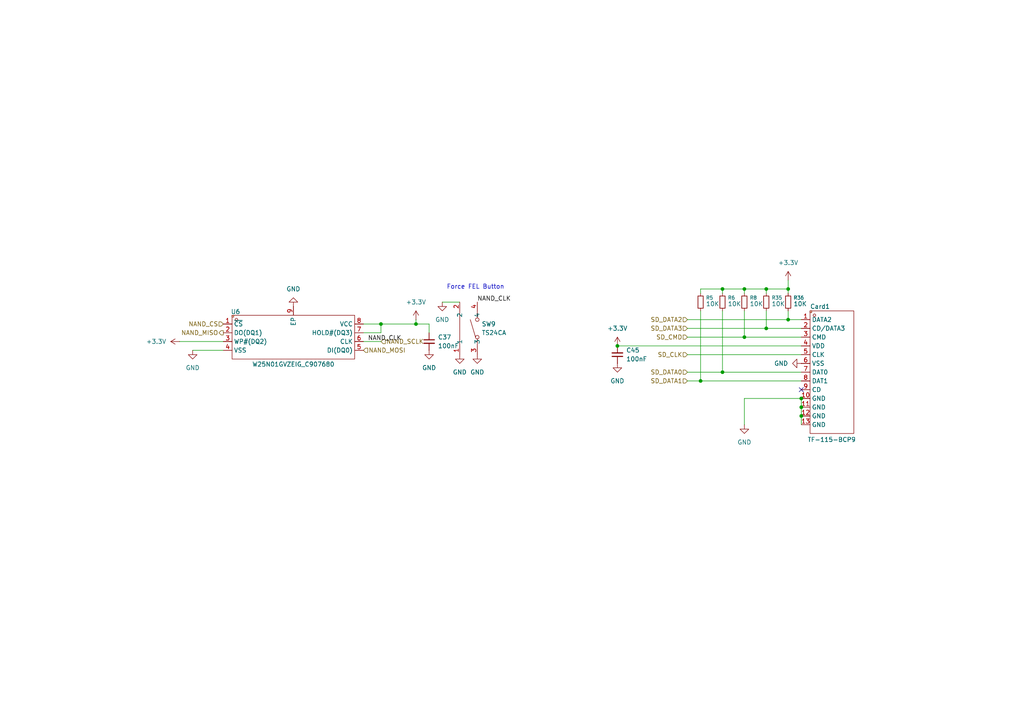
<source format=kicad_sch>
(kicad_sch (version 20250114) (generator "eeschema") (generator_version "9.0")
  (paper "A4")
  (title_block (title "明日方舟电子通行证") (date "2025-11-26") (rev "V0.3.1") (company "Shirogane Tsumugi") (comment 1 "V0.3 添加屏幕兼容接口，添加SD卡槽，优化布线") (comment 2 "V0.3.1 BUG修复") (comment 3 "V0.3.2（V0.4） 生产优化。") (comment 4 "V0.5 实现按键开关机、低电量关机、拉出i2s"))
  (lib_symbols
    (symbol "Device:C_Small" (pin_numbers (hide yes)) (pin_names (offset 0.254) (hide yes))
      (property "Reference" "C" (at 0.254 1.778 0))
      (property "Value" "C_Small" (at 0.254 -2.032 0))
      (symbol "C_Small_0_1"
        (polyline (pts (xy -1.524 0.508) (xy 1.524 0.508)) (stroke (width 0.3048)))
        (polyline (pts (xy -1.524 -0.508) (xy 1.524 -0.508)) (stroke (width 0.3302)))
      )
      (symbol "C_Small_1_1"
        (pin passive line (at 0 2.54 270) (length 2.032) (name "~") (number "1"))
        (pin passive line (at 0 -2.54 90) (length 2.032) (name "~") (number "2"))
      )
    )
    (symbol "Device:R_Small" (pin_numbers (hide yes)) (pin_names (offset 0.254) (hide yes))
      (property "Reference" "R" (at 0 0 90))
      (property "Value" "R_Small" (at 1.778 0 90))
      (symbol "R_Small_0_1"
        (rectangle (start -0.762 1.778) (end 0.762 -1.778) (stroke (width 0.2032)))
      )
      (symbol "R_Small_1_1"
        (pin passive line (at 0 2.54 270) (length 0.762) (name "~") (number "1"))
        (pin passive line (at 0 -2.54 90) (length 0.762) (name "~") (number "2"))
      )
    )
    (symbol "EasyEDA:TF-115-BCP9"
      (property "Reference" "Card" (at -4.064 19.05 0))
      (property "Value" "TF-115-BCP9" (at 0.762 -19.304 0))
      (symbol "TF-115-BCP9_0_1"
        (rectangle (start -6.35 17.78) (end -5.84 17.27) (fill (type background)))
        (rectangle (start -6.35 17.78) (end 6.35 -17.78))
        (circle (center -5.08 16.51) (radius 0.38))
        (pin unspecified line (at -8.89 15.24 0) (length 2.54) (name "DATA2") (number "1"))
        (pin unspecified line (at -8.89 12.7 0) (length 2.54) (name "CD/DATA3") (number "2"))
        (pin unspecified line (at -8.89 10.16 0) (length 2.54) (name "CMD") (number "3"))
        (pin unspecified line (at -8.89 7.62 0) (length 2.54) (name "VDD") (number "4"))
        (pin unspecified line (at -8.89 5.08 0) (length 2.54) (name "CLK") (number "5"))
        (pin unspecified line (at -8.89 2.54 0) (length 2.54) (name "VSS") (number "6"))
        (pin unspecified line (at -8.89 0 0) (length 2.54) (name "DAT0") (number "7"))
        (pin unspecified line (at -8.89 -2.54 0) (length 2.54) (name "DAT1") (number "8"))
        (pin unspecified line (at -8.89 -5.08 0) (length 2.54) (name "CD") (number "9"))
        (pin unspecified line (at -8.89 -7.62 0) (length 2.54) (name "GND") (number "10"))
        (pin unspecified line (at -8.89 -10.16 0) (length 2.54) (name "GND") (number "11"))
        (pin unspecified line (at -8.89 -12.7 0) (length 2.54) (name "GND") (number "12"))
        (pin unspecified line (at -8.89 -15.24 0) (length 2.54) (name "GND") (number "13"))
      )
    )
    (symbol "EasyEDA:W25N01GVZEIG_C907680"
      (property "Reference" "U" (at 0 13.97 0))
      (property "Value" "W25N01GVZEIG_C907680" (at 0 -8.89 0))
      (symbol "W25N01GVZEIG_C907680_0_1"
        (rectangle (start -17.78 6.35) (end -17.27 5.84) (fill (type background)))
        (rectangle (start -17.78 6.35) (end 17.78 -6.35))
        (circle (center -16.51 5.08) (radius 0.38))
        (pin unspecified line (at -20.32 3.81 0) (length 2.54) (name "~{CS}") (number "1"))
        (pin unspecified line (at -20.32 1.27 0) (length 2.54) (name "DO(DQ1)") (number "2"))
        (pin unspecified line (at -20.32 -1.27 0) (length 2.54) (name "WP#(DQ2)") (number "3"))
        (pin unspecified line (at -20.32 -3.81 0) (length 2.54) (name "VSS") (number "4"))
        (pin unspecified line (at 0 8.89 270) (length 2.54) (name "EP") (number "9"))
        (pin unspecified line (at 20.32 3.81 180) (length 2.54) (name "VCC") (number "8"))
        (pin unspecified line (at 20.32 1.27 180) (length 2.54) (name "HOLD#(DQ3)") (number "7"))
        (pin unspecified line (at 20.32 -1.27 180) (length 2.54) (name "CLK") (number "6"))
        (pin unspecified line (at 20.32 -3.81 180) (length 2.54) (name "DI(DQ0)") (number "5"))
      )
    )
    (symbol "EasyEDA_old:TS24CA"
      (property "Reference" "SW" (at 0 7.62 0))
      (property "Value" "TS24CA" (at 0 -7.62 0))
      (symbol "TS24CA_0_1"
        (polyline (pts (xy -5.08 2.54) (xy 5.08 2.54)))
        (polyline (pts (xy -3.05 -2.54) (xy -5.08 -2.54)))
        (polyline (pts (xy -2.54 -2.03) (xy 2.54 -0.51) (xy 2.54 -0.51)))
        (circle (center -2.54 -2.54) (radius 0.51))
        (circle (center 2.54 -2.54) (radius 0.51))
        (polyline (pts (xy 3.05 -2.54) (xy 5.08 -2.54)))
        (pin unspecified line (at -7.62 2.54 0) (length 2.54) (name "1") (number "1"))
        (pin unspecified line (at -7.62 -2.54 0) (length 2.54) (name "3") (number "3"))
        (pin unspecified line (at 7.62 -2.54 180) (length 2.54) (name "4") (number "4"))
      )
      (symbol "TS24CA_1_1"
        (pin unspecified line (at 7.62 2.54 180) (length 2.54) (name "2") (number "2"))
      )
    )
    (symbol "power:+3.3V" (power) (pin_numbers (hide yes)) (pin_names (offset 0) (hide yes))
      (property "Value" "+3.3V" (at 0 3.556 0))
      (symbol "+3.3V_0_1"
        (polyline (pts (xy -0.762 1.27) (xy 0 2.54)))
        (polyline (pts (xy 0 2.54) (xy 0.762 1.27)))
        (polyline (pts (xy 0 0) (xy 0 2.54)))
      )
      (symbol "+3.3V_1_1"
        (pin power_in line (at 0 0 90) (length 0) (name "~") (number "1"))
      )
    )
    (symbol "power:GND" (power) (pin_numbers (hide yes)) (pin_names (offset 0) (hide yes))
      (property "Value" "GND" (at 0 -3.81 0))
      (symbol "GND_0_1"
        (polyline (pts (xy 0 0) (xy 0 -1.27) (xy 1.27 -1.27) (xy 0 -2.54) (xy -1.27 -1.27) (xy 0 -1.27)))
      )
      (symbol "GND_1_1"
        (pin power_in line (at 0 0 270) (length 0) (name "~") (number "1"))
      )
    )
  )
  (text "Force FEL Button" (at 137.922 83.312 0) (effects (font (size 1.27 1.27))))
  (junction (at 232.41 118.11))
  (junction (at 179.07 100.33))
  (junction (at 232.41 115.57))
  (junction (at 232.41 120.65))
  (junction (at 209.55 107.95))
  (junction (at 110.49 93.98))
  (junction (at 120.65 93.98))
  (junction (at 222.25 95.25))
  (junction (at 228.6 83.82))
  (junction (at 209.55 83.82))
  (junction (at 222.25 83.82))
  (junction (at 228.6 92.71))
  (junction (at 215.9 83.82))
  (junction (at 203.2 110.49))
  (junction (at 215.9 97.79))
  (no_connect (at 232.41 113.03))
  (wire (pts (xy 222.25 83.82) (xy 222.25 85.09)))
  (wire (pts (xy 232.41 120.65) (xy 232.41 123.19)))
  (wire (pts (xy 124.46 93.98) (xy 120.65 93.98)))
  (wire (pts (xy 232.41 118.11) (xy 232.41 120.65)))
  (wire (pts (xy 124.46 93.98) (xy 124.46 96.52)))
  (wire (pts (xy 120.65 93.98) (xy 120.65 92.71)))
  (wire (pts (xy 222.25 95.25) (xy 232.41 95.25)))
  (wire (pts (xy 199.39 97.79) (xy 215.9 97.79)))
  (wire (pts (xy 215.9 83.82) (xy 222.25 83.82)))
  (wire (pts (xy 228.6 92.71) (xy 232.41 92.71)))
  (wire (pts (xy 203.2 83.82) (xy 203.2 85.09)))
  (wire (pts (xy 215.9 83.82) (xy 215.9 85.09)))
  (wire (pts (xy 199.39 102.87) (xy 232.41 102.87)))
  (wire (pts (xy 105.41 96.52) (xy 110.49 96.52)))
  (wire (pts (xy 179.07 100.33) (xy 232.41 100.33)))
  (wire (pts (xy 128.27 87.63) (xy 133.35 87.63)))
  (wire (pts (xy 209.55 83.82) (xy 215.9 83.82)))
  (wire (pts (xy 232.41 115.57) (xy 232.41 118.11)))
  (wire (pts (xy 199.39 92.71) (xy 228.6 92.71)))
  (wire (pts (xy 215.9 115.57) (xy 215.9 123.19)))
  (wire (pts (xy 199.39 107.95) (xy 209.55 107.95)))
  (wire (pts (xy 222.25 90.17) (xy 222.25 95.25)))
  (wire (pts (xy 222.25 83.82) (xy 228.6 83.82)))
  (wire (pts (xy 110.49 96.52) (xy 110.49 93.98)))
  (wire (pts (xy 228.6 92.71) (xy 228.6 90.17)))
  (wire (pts (xy 110.49 99.06) (xy 105.41 99.06)))
  (wire (pts (xy 203.2 83.82) (xy 209.55 83.82)))
  (wire (pts (xy 52.07 99.06) (xy 64.77 99.06)))
  (wire (pts (xy 203.2 90.17) (xy 203.2 110.49)))
  (wire (pts (xy 215.9 90.17) (xy 215.9 97.79)))
  (wire (pts (xy 110.49 93.98) (xy 120.65 93.98)))
  (wire (pts (xy 199.39 110.49) (xy 203.2 110.49)))
  (wire (pts (xy 215.9 115.57) (xy 232.41 115.57)))
  (wire (pts (xy 199.39 95.25) (xy 222.25 95.25)))
  (wire (pts (xy 209.55 107.95) (xy 232.41 107.95)))
  (wire (pts (xy 203.2 110.49) (xy 232.41 110.49)))
  (wire (pts (xy 228.6 83.82) (xy 228.6 85.09)))
  (wire (pts (xy 55.88 101.6) (xy 64.77 101.6)))
  (wire (pts (xy 228.6 81.28) (xy 228.6 83.82)))
  (wire (pts (xy 105.41 93.98) (xy 110.49 93.98)))
  (wire (pts (xy 209.55 83.82) (xy 209.55 85.09)))
  (wire (pts (xy 209.55 90.17) (xy 209.55 107.95)))
  (wire (pts (xy 215.9 97.79) (xy 232.41 97.79)))
  (label "NAND_CLK" (at 106.68 99.06 0))
  (label "NAND_CLK" (at 138.43 87.63 0))
  (hierarchical_label "NAND_MOSI" (shape input) (at 105.41 101.6 0))
  (hierarchical_label "NAND_MISO" (shape output) (at 64.77 96.52 180))
  (hierarchical_label "SD_DATA0" (shape input) (at 199.39 107.95 180))
  (hierarchical_label "SD_DATA2" (shape input) (at 199.39 92.71 180))
  (hierarchical_label "NAND_SCLK" (shape input) (at 110.49 99.06 0))
  (hierarchical_label "SD_DATA1" (shape input) (at 199.39 110.49 180))
  (hierarchical_label "NAND_CS" (shape input) (at 64.77 93.98 180))
  (hierarchical_label "SD_DATA3" (shape input) (at 199.39 95.25 180))
  (hierarchical_label "SD_CMD" (shape input) (at 199.39 97.79 180))
  (hierarchical_label "SD_CLK" (shape input) (at 199.39 102.87 180))
  (symbol (lib_id "power:GND") (at 232.41 105.41 270) (unit 1)
    (property "Reference" "#PWR0134" (effects (hide yes)))
    (property "Value" "GND" (at 228.6 105.4099 90) (effects (justify right)))
    (property "Description" "Power symbol creates a global label with name \"GND\" , ground" (effects (hide yes)))
  )
  (symbol (lib_id "Device:R_Small") (at 209.55 87.63 180) (unit 1)
    (property "Reference" "R6" (at 211.074 86.36 0) (effects (font (size 1.016 1.016)) (justify right)))
    (property "Value" "10K" (at 211.074 88.138 0) (effects (justify right)))
    (property "Footprint" "Resistor_SMD:R_0603_1608Metric" (effects (hide yes)))
    (property "Description" "Resistor, small symbol" (effects (hide yes)))
  )
  (symbol (lib_id "power:+3.3V") (at 120.65 92.71 0) (unit 1)
    (property "Reference" "#PWR0102" (effects (hide yes)))
    (property "Value" "+3.3V" (at 120.65 87.63 0))
    (property "Description" "Power symbol creates a global label with name \"+3.3V\"" (effects (hide yes)))
  )
  (symbol (lib_id "power:GND") (at 55.88 101.6 0) (unit 1)
    (property "Reference" "#PWR095" (effects (hide yes)))
    (property "Value" "GND" (at 55.88 106.68 0))
    (property "Description" "Power symbol creates a global label with name \"GND\" , ground" (effects (hide yes)))
  )
  (symbol (lib_id "EasyEDA_old:TS24CA") (at 135.89 95.25 90) (unit 1)
    (property "Reference" "SW9" (at 139.7 93.9799 90) (effects (justify right)))
    (property "Value" "TS24CA" (at 139.7 96.5199 90) (effects (justify right)))
    (property "Footprint" "EasyEDA:SW-SMD_TS24CA" (effects (hide yes)))
    (property "Datasheet" "https://lcsc.com/product-detail/Tactile-Switches_SHOU-HAN-TS24CA_C393942.html" (effects (hide yes)))
    (property "LCSC Part" "C393942" (effects (hide yes)))
  )
  (symbol (lib_id "EasyEDA:W25N01GVZEIG_C907680") (at 85.09 97.79 0) (unit 1)
    (property "Reference" "U6" (at 68.326 90.424 0))
    (property "Value" "W25N01GVZEIG_C907680" (at 85.09 105.664 0))
    (property "Footprint" "EasyEDA:WSON-8_L8.0-W6.10-P1.27-BL-EP" (effects (hide yes)))
    (property "Datasheet" "https://lcsc.com/product-detail/FLASH_Winbond-Elec-W25N01GVZEIG_C907680.html" (effects (hide yes)))
    (property "LCSC Part" "C907680" (effects (hide yes)))
  )
  (symbol (lib_id "power:GND") (at 179.07 105.41 0) (unit 1)
    (property "Reference" "#PWR0135" (effects (hide yes)))
    (property "Value" "GND" (at 179.07 110.49 0))
    (property "Description" "Power symbol creates a global label with name \"GND\" , ground" (effects (hide yes)))
  )
  (symbol (lib_id "power:+3.3V") (at 179.07 100.33 0) (unit 1)
    (property "Reference" "#PWR0133" (effects (hide yes)))
    (property "Value" "+3.3V" (at 179.07 95.25 0))
    (property "Description" "Power symbol creates a global label with name \"+3.3V\"" (effects (hide yes)))
  )
  (symbol (lib_id "Device:C_Small") (at 179.07 102.87 180) (unit 1)
    (property "Reference" "C45" (at 181.61 101.5935 0) (effects (justify right)))
    (property "Value" "100nF" (at 181.61 104.1335 0) (effects (justify right)))
    (property "Footprint" "Capacitor_SMD:C_0603_1608Metric" (effects (hide yes)))
    (property "Description" "Unpolarized capacitor, small symbol" (effects (hide yes)))
  )
  (symbol (lib_id "power:GND") (at 124.46 101.6 0) (unit 1)
    (property "Reference" "#PWR0103" (effects (hide yes)))
    (property "Value" "GND" (at 124.46 106.68 0))
    (property "Description" "Power symbol creates a global label with name \"GND\" , ground" (effects (hide yes)))
  )
  (symbol (lib_id "Device:R_Small") (at 215.9 87.63 180) (unit 1)
    (property "Reference" "R8" (at 217.424 86.36 0) (effects (font (size 1.016 1.016)) (justify right)))
    (property "Value" "10K" (at 217.424 88.138 0) (effects (justify right)))
    (property "Footprint" "Resistor_SMD:R_0603_1608Metric" (effects (hide yes)))
    (property "Description" "Resistor, small symbol" (effects (hide yes)))
  )
  (symbol (lib_id "power:GND") (at 138.43 102.87 0) (unit 1)
    (property "Reference" "#PWR0104" (effects (hide yes)))
    (property "Value" "GND" (at 138.43 107.95 0))
    (property "Description" "Power symbol creates a global label with name \"GND\" , ground" (effects (hide yes)))
  )
  (symbol (lib_id "Device:C_Small") (at 124.46 99.06 0) (unit 1)
    (property "Reference" "C37" (at 127 97.7962 0) (effects (justify left)))
    (property "Value" "100nF" (at 127 100.3362 0) (effects (justify left)))
    (property "Footprint" "Capacitor_SMD:C_0603_1608Metric" (effects (hide yes)))
    (property "Description" "Unpolarized capacitor, small symbol" (effects (hide yes)))
  )
  (symbol (lib_id "power:GND") (at 85.09 88.9 180) (unit 1)
    (property "Reference" "#PWR098" (effects (hide yes)))
    (property "Value" "GND" (at 85.09 83.82 0))
    (property "Description" "Power symbol creates a global label with name \"GND\" , ground" (effects (hide yes)))
  )
  (symbol (lib_id "Device:R_Small") (at 222.25 87.63 180) (unit 1)
    (property "Reference" "R35" (at 223.774 86.36 0) (effects (font (size 1.016 1.016)) (justify right)))
    (property "Value" "10K" (at 223.774 88.138 0) (effects (justify right)))
    (property "Footprint" "Resistor_SMD:R_0603_1608Metric" (effects (hide yes)))
    (property "Description" "Resistor, small symbol" (effects (hide yes)))
  )
  (symbol (lib_id "EasyEDA:TF-115-BCP9") (at 241.3 107.95 0) (unit 1)
    (property "Reference" "Card1" (at 234.95 88.9 0) (effects (justify left)))
    (property "Value" "TF-115-BCP9" (at 234.188 127.508 0) (effects (justify left)))
    (property "Footprint" "EasyEDA:TF-SMD_TF-115-BCP9" (effects (hide yes)))
    (property "Datasheet" "https://lcsc.com/product-detail/Card-Sockets-Connectors_XUNPU-TF-115-BCP9_C720505.html" (effects (hide yes)))
    (property "LCSC Part" "C720505" (effects (hide yes)))
  )
  (symbol (lib_id "power:GND") (at 133.35 102.87 0) (unit 1)
    (property "Reference" "#PWR0141" (effects (hide yes)))
    (property "Value" "GND" (at 133.35 107.95 0))
    (property "Description" "Power symbol creates a global label with name \"GND\" , ground" (effects (hide yes)))
  )
  (symbol (lib_id "power:GND") (at 128.27 87.63 0) (unit 1)
    (property "Reference" "#PWR0142" (effects (hide yes)))
    (property "Value" "GND" (at 128.27 92.71 0))
    (property "Description" "Power symbol creates a global label with name \"GND\" , ground" (effects (hide yes)))
  )
  (symbol (lib_id "Device:R_Small") (at 228.6 87.63 180) (unit 1)
    (property "Reference" "R36" (at 230.124 86.36 0) (effects (font (size 1.016 1.016)) (justify right)))
    (property "Value" "10K" (at 230.124 88.138 0) (effects (justify right)))
    (property "Footprint" "Resistor_SMD:R_0603_1608Metric" (effects (hide yes)))
    (property "Description" "Resistor, small symbol" (effects (hide yes)))
  )
  (symbol (lib_id "power:+3.3V") (at 52.07 99.06 90) (unit 1)
    (property "Reference" "#PWR094" (effects (hide yes)))
    (property "Value" "+3.3V" (at 48.26 99.0599 90) (effects (justify left)))
    (property "Description" "Power symbol creates a global label with name \"+3.3V\"" (effects (hide yes)))
  )
  (symbol (lib_id "power:+3.3V") (at 228.6 81.28 0) (unit 1)
    (property "Reference" "#PWR0131" (effects (hide yes)))
    (property "Value" "+3.3V" (at 228.6 76.2 0))
    (property "Description" "Power symbol creates a global label with name \"+3.3V\"" (effects (hide yes)))
  )
  (symbol (lib_id "power:GND") (at 215.9 123.19 0) (unit 1)
    (property "Reference" "#PWR0132" (effects (hide yes)))
    (property "Value" "GND" (at 215.9 128.27 0))
    (property "Description" "Power symbol creates a global label with name \"GND\" , ground" (effects (hide yes)))
  )
  (symbol (lib_id "Device:R_Small") (at 203.2 87.63 180) (unit 1)
    (property "Reference" "R5" (at 204.724 86.36 0) (effects (font (size 1.016 1.016)) (justify right)))
    (property "Value" "10K" (at 204.724 88.138 0) (effects (justify right)))
    (property "Footprint" "Resistor_SMD:R_0603_1608Metric" (effects (hide yes)))
    (property "Description" "Resistor, small symbol" (effects (hide yes)))
  )
)
</source>
